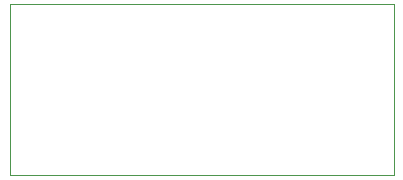
<source format=gbr>
%TF.GenerationSoftware,KiCad,Pcbnew,8.0.7*%
%TF.CreationDate,2025-01-01T23:53:01-05:00*%
%TF.ProjectId,PCB_Capstone_prototype_1_optical_S,5043425f-4361-4707-9374-6f6e655f7072,rev?*%
%TF.SameCoordinates,Original*%
%TF.FileFunction,Profile,NP*%
%FSLAX46Y46*%
G04 Gerber Fmt 4.6, Leading zero omitted, Abs format (unit mm)*
G04 Created by KiCad (PCBNEW 8.0.7) date 2025-01-01 23:53:01*
%MOMM*%
%LPD*%
G01*
G04 APERTURE LIST*
%TA.AperFunction,Profile*%
%ADD10C,0.050000*%
%TD*%
G04 APERTURE END LIST*
D10*
X117500000Y-63500000D02*
X117500000Y-49000000D01*
X85000000Y-63500000D02*
X117500000Y-63500000D01*
X85000000Y-49000000D02*
X85000000Y-63500000D01*
X117500000Y-49000000D02*
X85000000Y-49000000D01*
M02*

</source>
